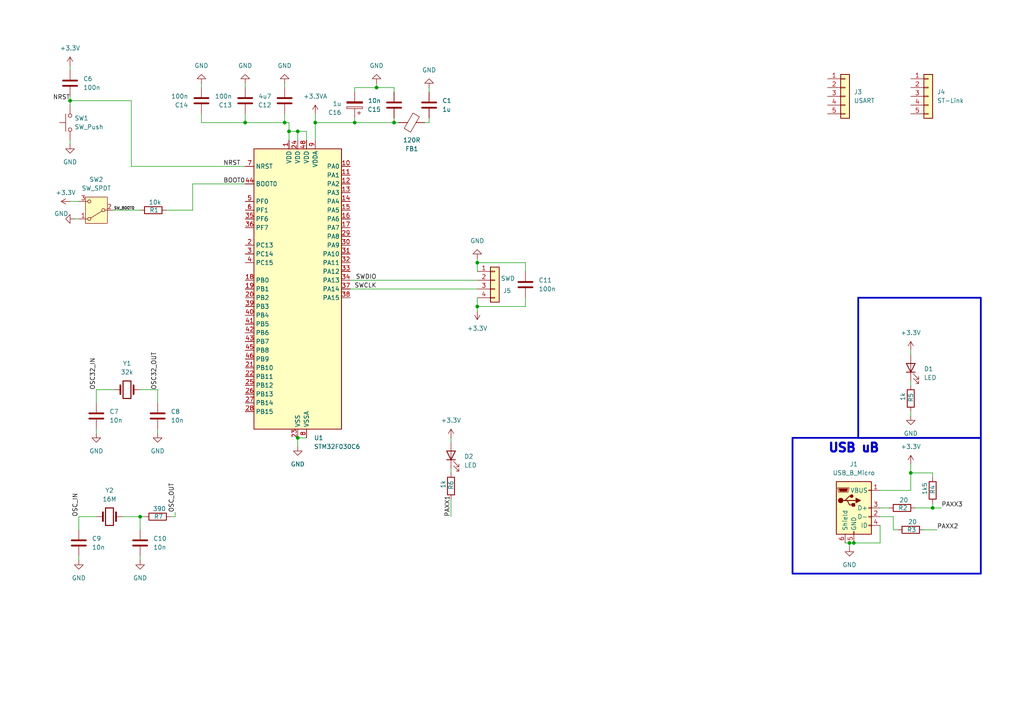
<source format=kicad_sch>
(kicad_sch (version 20250114) (generator "eeschema") (generator_version "9.0")
  (paper "A4")
  (lib_symbols
    (symbol "Connector:USB_B_Micro" (pin_names (offset 1.016))
      (property "Reference" "J" (at -5.08 11.43 0))
      (property "Value" "USB_B_Micro" (at -5.08 8.89 0))
      (symbol "USB_B_Micro_0_1"
        (rectangle (start -5.08 -7.62) (end 5.08 7.62) (stroke (width 0.254)) (fill (type background)))
        (polyline (pts (xy -4.699 5.842) (xy -4.699 5.588) (xy -4.445 4.826) (xy -4.445 4.572) (xy -1.651 4.572) (xy -1.651 4.826) (xy -1.397 5.588) (xy -1.397 5.842) (xy -4.699 5.842)))
        (polyline (pts (xy -4.318 5.588) (xy -1.778 5.588) (xy -2.032 4.826) (xy -4.064 4.826) (xy -4.318 5.588)) (fill (type outline)))
        (circle (center -3.81 2.159) (radius 0.635) (stroke (width 0.254)) (fill (type outline)))
        (polyline (pts (xy -3.175 2.159) (xy -2.54 2.159) (xy -1.27 3.429) (xy -0.635 3.429)) (stroke (width 0.254)))
        (polyline (pts (xy -2.54 2.159) (xy -1.905 2.159) (xy -1.27 0.889) (xy 0 0.889)) (stroke (width 0.254)))
        (polyline (pts (xy -1.905 2.159) (xy 0.635 2.159)) (stroke (width 0.254)))
        (circle (center -0.635 3.429) (radius 0.381) (stroke (width 0.254)) (fill (type outline)))
        (rectangle (start -0.127 -7.62) (end 0.127 -6.858))
        (rectangle (start 0.254 1.27) (end -0.508 0.508) (stroke (width 0.254)) (fill (type outline)))
        (polyline (pts (xy 0.635 2.794) (xy 0.635 1.524) (xy 1.905 2.159) (xy 0.635 2.794)) (stroke (width 0.254)) (fill (type outline)))
        (rectangle (start 5.08 4.953) (end 4.318 5.207))
        (rectangle (start 5.08 -0.127) (end 4.318 0.127))
        (rectangle (start 5.08 -2.667) (end 4.318 -2.413))
        (rectangle (start 5.08 -5.207) (end 4.318 -4.953))
      )
      (symbol "USB_B_Micro_1_1"
        (pin passive line (at -2.54 -10.16 90) (length 2.54) (name "Shield") (number "6"))
        (pin power_out line (at 0 -10.16 90) (length 2.54) (name "GND") (number "5"))
        (pin power_out line (at 7.62 5.08 180) (length 2.54) (name "VBUS") (number "1"))
        (pin bidirectional line (at 7.62 0 180) (length 2.54) (name "D+") (number "3"))
        (pin bidirectional line (at 7.62 -2.54 180) (length 2.54) (name "D-") (number "2"))
        (pin passive line (at 7.62 -5.08 180) (length 2.54) (name "ID") (number "4"))
      )
    )
    (symbol "Connector_Generic:Conn_01x04" (pin_names (offset 1.016) (hide yes))
      (property "Reference" "J" (at 0 5.08 0))
      (property "Value" "Conn_01x04" (at 0 -7.62 0))
      (symbol "Conn_01x04_1_1"
        (rectangle (start -1.27 3.81) (end 1.27 -6.35) (stroke (width 0.254)) (fill (type background)))
        (rectangle (start -1.27 2.667) (end 0 2.413) (stroke (width 0.1524)))
        (rectangle (start -1.27 0.127) (end 0 -0.127) (stroke (width 0.1524)))
        (rectangle (start -1.27 -2.413) (end 0 -2.667) (stroke (width 0.1524)))
        (rectangle (start -1.27 -4.953) (end 0 -5.207) (stroke (width 0.1524)))
        (pin passive line (at -5.08 2.54 0) (length 3.81) (name "Pin_1") (number "1"))
        (pin passive line (at -5.08 0 0) (length 3.81) (name "Pin_2") (number "2"))
        (pin passive line (at -5.08 -2.54 0) (length 3.81) (name "Pin_3") (number "3"))
        (pin passive line (at -5.08 -5.08 0) (length 3.81) (name "Pin_4") (number "4"))
      )
    )
    (symbol "Connector_Generic:Conn_01x05" (pin_names (offset 1.016) (hide yes))
      (property "Reference" "J" (at 0 7.62 0))
      (property "Value" "Conn_01x05" (at 0 -7.62 0))
      (symbol "Conn_01x05_1_1"
        (rectangle (start -1.27 6.35) (end 1.27 -6.35) (stroke (width 0.254)) (fill (type background)))
        (rectangle (start -1.27 5.207) (end 0 4.953) (stroke (width 0.1524)))
        (rectangle (start -1.27 2.667) (end 0 2.413) (stroke (width 0.1524)))
        (rectangle (start -1.27 0.127) (end 0 -0.127) (stroke (width 0.1524)))
        (rectangle (start -1.27 -2.413) (end 0 -2.667) (stroke (width 0.1524)))
        (rectangle (start -1.27 -4.953) (end 0 -5.207) (stroke (width 0.1524)))
        (pin passive line (at -5.08 5.08 0) (length 3.81) (name "Pin_1") (number "1"))
        (pin passive line (at -5.08 2.54 0) (length 3.81) (name "Pin_2") (number "2"))
        (pin passive line (at -5.08 0 0) (length 3.81) (name "Pin_3") (number "3"))
        (pin passive line (at -5.08 -2.54 0) (length 3.81) (name "Pin_4") (number "4"))
        (pin passive line (at -5.08 -5.08 0) (length 3.81) (name "Pin_5") (number "5"))
      )
    )
    (symbol "Device:C" (pin_numbers (hide yes)) (pin_names (offset 0.254))
      (property "Reference" "C" (at 0.635 2.54 0))
      (property "Value" "C" (at 0.635 -2.54 0))
      (symbol "C_0_1"
        (polyline (pts (xy -2.032 0.762) (xy 2.032 0.762)) (stroke (width 0.508)))
        (polyline (pts (xy -2.032 -0.762) (xy 2.032 -0.762)) (stroke (width 0.508)))
      )
      (symbol "C_1_1"
        (pin passive line (at 0 3.81 270) (length 2.794) (name "~") (number "1"))
        (pin passive line (at 0 -3.81 90) (length 2.794) (name "~") (number "2"))
      )
    )
    (symbol "Device:C_Polarized" (pin_numbers (hide yes)) (pin_names (offset 0.254))
      (property "Reference" "C" (at 0.635 2.54 0))
      (property "Value" "C_Polarized" (at 0.635 -2.54 0))
      (symbol "C_Polarized_0_1"
        (rectangle (start -2.286 0.508) (end 2.286 1.016))
        (polyline (pts (xy -1.778 2.286) (xy -0.762 2.286)))
        (polyline (pts (xy -1.27 2.794) (xy -1.27 1.778)))
        (rectangle (start 2.286 -0.508) (end -2.286 -1.016) (fill (type outline)))
      )
      (symbol "C_Polarized_1_1"
        (pin passive line (at 0 3.81 270) (length 2.794) (name "~") (number "1"))
        (pin passive line (at 0 -3.81 90) (length 2.794) (name "~") (number "2"))
      )
    )
    (symbol "Device:Crystal" (pin_numbers (hide yes)) (pin_names (offset 1.016) (hide yes))
      (property "Reference" "Y" (at 0 3.81 0))
      (property "Value" "Crystal" (at 0 -3.81 0))
      (symbol "Crystal_0_1"
        (polyline (pts (xy -2.54 0) (xy -1.905 0)))
        (polyline (pts (xy -1.905 -1.27) (xy -1.905 1.27)) (stroke (width 0.508)))
        (rectangle (start -1.143 2.54) (end 1.143 -2.54) (stroke (width 0.3048)))
        (polyline (pts (xy 1.905 -1.27) (xy 1.905 1.27)) (stroke (width 0.508)))
        (polyline (pts (xy 2.54 0) (xy 1.905 0)))
      )
      (symbol "Crystal_1_1"
        (pin passive line (at -3.81 0 0) (length 1.27) (name "1") (number "1"))
        (pin passive line (at 3.81 0 180) (length 1.27) (name "2") (number "2"))
      )
    )
    (symbol "Device:FerriteBead" (pin_numbers (hide yes)) (pin_names (offset 0))
      (property "Reference" "FB" (at -3.81 0.635 90))
      (property "Value" "FerriteBead" (at 3.81 0 90))
      (symbol "FerriteBead_0_1"
        (polyline (pts (xy -2.7686 0.4064) (xy -1.7018 2.2606) (xy 2.7686 -0.3048) (xy 1.6764 -2.159) (xy -2.7686 0.4064)))
        (polyline (pts (xy 0 1.27) (xy 0 1.2954)))
        (polyline (pts (xy 0 -1.27) (xy 0 -1.2192)))
      )
      (symbol "FerriteBead_1_1"
        (pin passive line (at 0 3.81 270) (length 2.54) (name "~") (number "1"))
        (pin passive line (at 0 -3.81 90) (length 2.54) (name "~") (number "2"))
      )
    )
    (symbol "Device:LED" (pin_numbers (hide yes)) (pin_names (offset 1.016) (hide yes))
      (property "Reference" "D" (at 0 2.54 0))
      (property "Value" "LED" (at 0 -2.54 0))
      (symbol "LED_0_1"
        (polyline (pts (xy -3.048 -0.762) (xy -4.572 -2.286) (xy -3.81 -2.286) (xy -4.572 -2.286) (xy -4.572 -1.524)))
        (polyline (pts (xy -1.778 -0.762) (xy -3.302 -2.286) (xy -2.54 -2.286) (xy -3.302 -2.286) (xy -3.302 -1.524)))
        (polyline (pts (xy -1.27 0) (xy 1.27 0)))
        (polyline (pts (xy -1.27 -1.27) (xy -1.27 1.27)) (stroke (width 0.254)))
        (polyline (pts (xy 1.27 -1.27) (xy 1.27 1.27) (xy -1.27 0) (xy 1.27 -1.27)) (stroke (width 0.254)))
      )
      (symbol "LED_1_1"
        (pin passive line (at -3.81 0 0) (length 2.54) (name "K") (number "1"))
        (pin passive line (at 3.81 0 180) (length 2.54) (name "A") (number "2"))
      )
    )
    (symbol "Device:R" (pin_numbers (hide yes)) (pin_names (offset 0))
      (property "Reference" "R" (at 2.032 0 90))
      (property "Value" "R" (at 0 0 90))
      (symbol "R_0_1"
        (rectangle (start -1.016 -2.54) (end 1.016 2.54) (stroke (width 0.254)))
      )
      (symbol "R_1_1"
        (pin passive line (at 0 3.81 270) (length 1.27) (name "~") (number "1"))
        (pin passive line (at 0 -3.81 90) (length 1.27) (name "~") (number "2"))
      )
    )
    (symbol "MCU_ST_STM32F0:STM32F030C6Tx"
      (property "Reference" "U" (at -12.7 41.91 0))
      (property "Value" "STM32F030C6Tx" (at 7.62 41.91 0))
      (symbol "STM32F030C6Tx_0_1"
        (rectangle (start -12.7 -40.64) (end 12.7 40.64) (stroke (width 0.254)) (fill (type background)))
      )
      (symbol "STM32F030C6Tx_1_1"
        (pin input line (at -15.24 35.56 0) (length 2.54) (name "NRST") (number "7"))
        (pin input line (at -15.24 30.48 0) (length 2.54) (name "BOOT0") (number "44"))
        (pin bidirectional line (at -15.24 25.4 0) (length 2.54) (name "PF0") (number "5"))
        (pin bidirectional line (at -15.24 22.86 0) (length 2.54) (name "PF1") (number "6"))
        (pin bidirectional line (at -15.24 20.32 0) (length 2.54) (name "PF6") (number "35"))
        (pin bidirectional line (at -15.24 17.78 0) (length 2.54) (name "PF7") (number "36"))
        (pin bidirectional line (at -15.24 12.7 0) (length 2.54) (name "PC13") (number "2"))
        (pin bidirectional line (at -15.24 10.16 0) (length 2.54) (name "PC14") (number "3"))
        (pin bidirectional line (at -15.24 7.62 0) (length 2.54) (name "PC15") (number "4"))
        (pin bidirectional line (at -15.24 2.54 0) (length 2.54) (name "PB0") (number "18"))
        (pin bidirectional line (at -15.24 0 0) (length 2.54) (name "PB1") (number "19"))
        (pin bidirectional line (at -15.24 -2.54 0) (length 2.54) (name "PB2") (number "20"))
        (pin bidirectional line (at -15.24 -5.08 0) (length 2.54) (name "PB3") (number "39"))
        (pin bidirectional line (at -15.24 -7.62 0) (length 2.54) (name "PB4") (number "40"))
        (pin bidirectional line (at -15.24 -10.16 0) (length 2.54) (name "PB5") (number "41"))
        (pin bidirectional line (at -15.24 -12.7 0) (length 2.54) (name "PB6") (number "42"))
        (pin bidirectional line (at -15.24 -15.24 0) (length 2.54) (name "PB7") (number "43"))
        (pin bidirectional line (at -15.24 -17.78 0) (length 2.54) (name "PB8") (number "45"))
        (pin bidirectional line (at -15.24 -20.32 0) (length 2.54) (name "PB9") (number "46"))
        (pin bidirectional line (at -15.24 -22.86 0) (length 2.54) (name "PB10") (number "21"))
        (pin bidirectional line (at -15.24 -25.4 0) (length 2.54) (name "PB11") (number "22"))
        (pin bidirectional line (at -15.24 -27.94 0) (length 2.54) (name "PB12") (number "25"))
        (pin bidirectional line (at -15.24 -30.48 0) (length 2.54) (name "PB13") (number "26"))
        (pin bidirectional line (at -15.24 -33.02 0) (length 2.54) (name "PB14") (number "27"))
        (pin bidirectional line (at -15.24 -35.56 0) (length 2.54) (name "PB15") (number "28"))
        (pin power_in line (at -2.54 43.18 270) (length 2.54) (name "VDD") (number "1"))
        (pin power_in line (at 0 43.18 270) (length 2.54) (name "VDD") (number "24"))
        (pin power_in line (at 0 -43.18 90) (length 2.54) (name "VSS") (number "23"))
        (pin passive line (at 0 -43.18 90) (length 2.54) (hide yes) (name "VSS") (number "47"))
        (pin power_in line (at 2.54 43.18 270) (length 2.54) (name "VDD") (number "48"))
        (pin power_in line (at 2.54 -43.18 90) (length 2.54) (name "VSSA") (number "8"))
        (pin power_in line (at 5.08 43.18 270) (length 2.54) (name "VDDA") (number "9"))
        (pin bidirectional line (at 15.24 35.56 180) (length 2.54) (name "PA0") (number "10"))
        (pin bidirectional line (at 15.24 33.02 180) (length 2.54) (name "PA1") (number "11"))
        (pin bidirectional line (at 15.24 30.48 180) (length 2.54) (name "PA2") (number "12"))
        (pin bidirectional line (at 15.24 27.94 180) (length 2.54) (name "PA3") (number "13"))
        (pin bidirectional line (at 15.24 25.4 180) (length 2.54) (name "PA4") (number "14"))
        (pin bidirectional line (at 15.24 22.86 180) (length 2.54) (name "PA5") (number "15"))
        (pin bidirectional line (at 15.24 20.32 180) (length 2.54) (name "PA6") (number "16"))
        (pin bidirectional line (at 15.24 17.78 180) (length 2.54) (name "PA7") (number "17"))
        (pin bidirectional line (at 15.24 15.24 180) (length 2.54) (name "PA8") (number "29"))
        (pin bidirectional line (at 15.24 12.7 180) (length 2.54) (name "PA9") (number "30"))
        (pin bidirectional line (at 15.24 10.16 180) (length 2.54) (name "PA10") (number "31"))
        (pin bidirectional line (at 15.24 7.62 180) (length 2.54) (name "PA11") (number "32"))
        (pin bidirectional line (at 15.24 5.08 180) (length 2.54) (name "PA12") (number "33"))
        (pin bidirectional line (at 15.24 2.54 180) (length 2.54) (name "PA13") (number "34"))
        (pin bidirectional line (at 15.24 0 180) (length 2.54) (name "PA14") (number "37"))
        (pin bidirectional line (at 15.24 -2.54 180) (length 2.54) (name "PA15") (number "38"))
      )
    )
    (symbol "Switch:SW_Push" (pin_numbers (hide yes)) (pin_names (offset 1.016) (hide yes))
      (property "Reference" "SW" (at 1.27 2.54 0))
      (property "Value" "SW_Push" (at 0 -1.524 0))
      (symbol "SW_Push_0_1"
        (circle (center -2.032 0) (radius 0.508))
        (polyline (pts (xy 0 1.27) (xy 0 3.048)))
        (circle (center 2.032 0) (radius 0.508))
        (polyline (pts (xy 2.54 1.27) (xy -2.54 1.27)))
        (pin passive line (at -5.08 0 0) (length 2.54) (name "1") (number "1"))
        (pin passive line (at 5.08 0 180) (length 2.54) (name "2") (number "2"))
      )
    )
    (symbol "Switch:SW_SPDT" (pin_names (offset 0) (hide yes))
      (property "Reference" "SW" (at 0 5.08 0))
      (property "Value" "SW_SPDT" (at 0 -5.08 0))
      (symbol "SW_SPDT_0_1"
        (circle (center -2.032 0) (radius 0.4572))
        (polyline (pts (xy -1.651 0.254) (xy 1.651 2.286)))
        (circle (center 2.032 2.54) (radius 0.4572))
        (circle (center 2.032 -2.54) (radius 0.4572))
      )
      (symbol "SW_SPDT_1_1"
        (rectangle (start -3.175 3.81) (end 3.175 -3.81) (fill (type background)))
        (pin passive line (at -5.08 0 0) (length 2.54) (name "B") (number "2"))
        (pin passive line (at 5.08 2.54 180) (length 2.54) (name "A") (number "1"))
        (pin passive line (at 5.08 -2.54 180) (length 2.54) (name "C") (number "3"))
      )
    )
    (symbol "power:+3.3V" (power) (pin_numbers (hide yes)) (pin_names (offset 0) (hide yes))
      (property "Value" "+3.3V" (at 0 3.556 0))
      (symbol "+3.3V_0_1"
        (polyline (pts (xy -0.762 1.27) (xy 0 2.54)))
        (polyline (pts (xy 0 2.54) (xy 0.762 1.27)))
        (polyline (pts (xy 0 0) (xy 0 2.54)))
      )
      (symbol "+3.3V_1_1"
        (pin power_in line (at 0 0 90) (length 0) (name "~") (number "1"))
      )
    )
    (symbol "power:+3.3VA" (power) (pin_numbers (hide yes)) (pin_names (offset 0) (hide yes))
      (property "Value" "+3.3VA" (at 0 3.556 0))
      (symbol "+3.3VA_0_1"
        (polyline (pts (xy -0.762 1.27) (xy 0 2.54)))
        (polyline (pts (xy 0 2.54) (xy 0.762 1.27)))
        (polyline (pts (xy 0 0) (xy 0 2.54)))
      )
      (symbol "+3.3VA_1_1"
        (pin power_in line (at 0 0 90) (length 0) (name "~") (number "1"))
      )
    )
    (symbol "power:GND" (power) (pin_numbers (hide yes)) (pin_names (offset 0) (hide yes))
      (property "Value" "GND" (at 0 -3.81 0))
      (symbol "GND_0_1"
        (polyline (pts (xy 0 0) (xy 0 -1.27) (xy 1.27 -1.27) (xy 0 -2.54) (xy -1.27 -1.27) (xy 0 -1.27)))
      )
      (symbol "GND_1_1"
        (pin power_in line (at 0 0 270) (length 0) (name "~") (number "1"))
      )
    )
  )
  (rectangle (start 229.87 127) (end 284.48 166.37) (stroke (width 0.508)))
  (rectangle (start 248.92 86.36) (end 284.48 127) (stroke (width 0.508)))
  (text "USB uB" (at 247.65 130.048 0) (effects (font (size 2.54 2.54) (thickness 1.016) (bold yes))))
  (junction (at 138.43 76.2))
  (junction (at 40.64 149.86))
  (junction (at 102.87 35.56))
  (junction (at 86.36 127))
  (junction (at 246.38 157.48))
  (junction (at 82.55 35.56))
  (junction (at 114.3 35.56))
  (junction (at 109.22 25.4))
  (junction (at 86.36 38.1))
  (junction (at 91.44 35.56))
  (junction (at 247.65 157.48))
  (junction (at 264.16 137.16))
  (junction (at 20.32 29.21))
  (junction (at 71.12 35.56))
  (junction (at 83.82 38.1))
  (junction (at 270.51 147.32))
  (junction (at 138.43 88.9))
  (wire (pts (xy 40.64 149.86) (xy 40.64 153.67)))
  (wire (pts (xy 82.55 33.02) (xy 82.55 35.56)))
  (wire (pts (xy 91.44 35.56) (xy 102.87 35.56)))
  (wire (pts (xy 27.94 124.46) (xy 27.94 125.73)))
  (wire (pts (xy 264.16 134.62) (xy 264.16 137.16)))
  (wire (pts (xy 20.32 27.94) (xy 20.32 29.21)))
  (wire (pts (xy 138.43 90.17) (xy 138.43 88.9)))
  (wire (pts (xy 48.26 60.96) (xy 55.88 60.96)))
  (wire (pts (xy 264.16 119.38) (xy 264.16 120.65)))
  (wire (pts (xy 259.08 153.67) (xy 259.08 149.86)))
  (wire (pts (xy 82.55 35.56) (xy 83.82 35.56)))
  (wire (pts (xy 83.82 38.1) (xy 86.36 38.1)))
  (wire (pts (xy 246.38 157.48) (xy 247.65 157.48)))
  (wire (pts (xy 102.87 35.56) (xy 102.87 34.29)))
  (wire (pts (xy 33.02 60.96) (xy 40.64 60.96)))
  (wire (pts (xy 114.3 35.56) (xy 115.57 35.56)))
  (wire (pts (xy 27.94 149.86) (xy 22.86 149.86)))
  (wire (pts (xy 264.16 101.6) (xy 264.16 102.87)))
  (wire (pts (xy 130.81 135.89) (xy 130.81 137.16)))
  (wire (pts (xy 259.08 149.86) (xy 255.27 149.86)))
  (wire (pts (xy 264.16 142.24) (xy 255.27 142.24)))
  (wire (pts (xy 124.46 25.4) (xy 124.46 26.67)))
  (wire (pts (xy 91.44 35.56) (xy 91.44 40.64)))
  (wire (pts (xy 22.86 149.86) (xy 22.86 153.67)))
  (wire (pts (xy 114.3 35.56) (xy 102.87 35.56)))
  (wire (pts (xy 55.88 53.34) (xy 71.12 53.34)))
  (wire (pts (xy 245.11 157.48) (xy 246.38 157.48)))
  (wire (pts (xy 264.16 137.16) (xy 264.16 142.24)))
  (wire (pts (xy 58.42 25.4) (xy 58.42 24.13)))
  (wire (pts (xy 109.22 24.13) (xy 109.22 25.4)))
  (wire (pts (xy 270.51 137.16) (xy 264.16 137.16)))
  (wire (pts (xy 152.4 76.2) (xy 138.43 76.2)))
  (wire (pts (xy 138.43 74.93) (xy 138.43 76.2)))
  (wire (pts (xy 71.12 25.4) (xy 71.12 24.13)))
  (wire (pts (xy 71.12 33.02) (xy 71.12 35.56)))
  (wire (pts (xy 270.51 138.43) (xy 270.51 137.16)))
  (wire (pts (xy 124.46 35.56) (xy 124.46 34.29)))
  (wire (pts (xy 40.64 113.03) (xy 45.72 113.03)))
  (wire (pts (xy 91.44 33.02) (xy 91.44 35.56)))
  (wire (pts (xy 114.3 35.56) (xy 114.3 34.29)))
  (wire (pts (xy 40.64 149.86) (xy 41.91 149.86)))
  (wire (pts (xy 86.36 127) (xy 88.9 127)))
  (wire (pts (xy 265.43 147.32) (xy 270.51 147.32)))
  (wire (pts (xy 86.36 127) (xy 86.36 129.54)))
  (wire (pts (xy 40.64 161.29) (xy 40.64 162.56)))
  (wire (pts (xy 20.32 19.05) (xy 20.32 20.32)))
  (wire (pts (xy 270.51 147.32) (xy 273.05 147.32)))
  (wire (pts (xy 123.19 35.56) (xy 124.46 35.56)))
  (wire (pts (xy 50.8 148.59) (xy 50.8 149.86)))
  (wire (pts (xy 20.32 40.64) (xy 20.32 41.91)))
  (wire (pts (xy 138.43 78.74) (xy 138.43 76.2)))
  (wire (pts (xy 255.27 152.4) (xy 255.27 157.48)))
  (wire (pts (xy 35.56 149.86) (xy 40.64 149.86)))
  (wire (pts (xy 246.38 157.48) (xy 246.38 158.75)))
  (wire (pts (xy 27.94 113.03) (xy 27.94 116.84)))
  (wire (pts (xy 259.08 153.67) (xy 260.35 153.67)))
  (wire (pts (xy 21.59 63.5) (xy 22.86 63.5)))
  (wire (pts (xy 58.42 33.02) (xy 58.42 35.56)))
  (wire (pts (xy 102.87 25.4) (xy 109.22 25.4)))
  (wire (pts (xy 49.53 149.86) (xy 50.8 149.86)))
  (wire (pts (xy 152.4 86.36) (xy 152.4 88.9)))
  (wire (pts (xy 152.4 88.9) (xy 138.43 88.9)))
  (wire (pts (xy 20.32 29.21) (xy 20.32 30.48)))
  (wire (pts (xy 45.72 124.46) (xy 45.72 125.73)))
  (wire (pts (xy 101.6 81.28) (xy 138.43 81.28)))
  (wire (pts (xy 114.3 26.67) (xy 114.3 25.4)))
  (wire (pts (xy 83.82 40.64) (xy 83.82 38.1)))
  (wire (pts (xy 264.16 110.49) (xy 264.16 111.76)))
  (wire (pts (xy 38.1 29.21) (xy 38.1 48.26)))
  (wire (pts (xy 33.02 113.03) (xy 27.94 113.03)))
  (wire (pts (xy 270.51 146.05) (xy 270.51 147.32)))
  (wire (pts (xy 71.12 35.56) (xy 82.55 35.56)))
  (wire (pts (xy 255.27 147.32) (xy 257.81 147.32)))
  (wire (pts (xy 20.32 29.21) (xy 38.1 29.21)))
  (wire (pts (xy 86.36 38.1) (xy 86.36 40.64)))
  (wire (pts (xy 82.55 25.4) (xy 82.55 24.13)))
  (wire (pts (xy 102.87 26.67) (xy 102.87 25.4)))
  (wire (pts (xy 267.97 153.67) (xy 271.78 153.67)))
  (wire (pts (xy 22.86 161.29) (xy 22.86 162.56)))
  (wire (pts (xy 38.1 48.26) (xy 71.12 48.26)))
  (wire (pts (xy 45.72 113.03) (xy 45.72 116.84)))
  (wire (pts (xy 20.32 58.42) (xy 22.86 58.42)))
  (wire (pts (xy 58.42 35.56) (xy 71.12 35.56)))
  (wire (pts (xy 255.27 157.48) (xy 247.65 157.48)))
  (wire (pts (xy 152.4 78.74) (xy 152.4 76.2)))
  (wire (pts (xy 138.43 88.9) (xy 138.43 86.36)))
  (wire (pts (xy 130.81 144.78) (xy 130.81 149.86)))
  (wire (pts (xy 83.82 35.56) (xy 83.82 38.1)))
  (wire (pts (xy 86.36 38.1) (xy 88.9 38.1)))
  (wire (pts (xy 55.88 53.34) (xy 55.88 60.96)))
  (wire (pts (xy 101.6 83.82) (xy 138.43 83.82)))
  (wire (pts (xy 88.9 38.1) (xy 88.9 40.64)))
  (wire (pts (xy 130.81 127) (xy 130.81 128.27)))
  (wire (pts (xy 109.22 25.4) (xy 114.3 25.4)))
  (label "OSC_OUT" (at 50.8 148.59 90))
  (label "OSC32_IN" (at 27.94 113.03 90))
  (label "OSC_IN" (at 22.86 149.86 90))
  (label "PAXX1" (at 130.81 149.86 90))
  (label "BOOT0" (at 64.77 53.34 0))
  (label "OSC32_OUT" (at 45.72 113.03 90))
  (label "PAXX3" (at 273.05 147.32 0))
  (label "NRST" (at 20.32 29.21 180))
  (label "SWDIO" (at 109.22 81.28 180))
  (label "PAXX2" (at 271.78 153.67 0))
  (label "NRST" (at 64.77 48.26 0))
  (label "SWCLK" (at 109.22 83.82 180))
  (label "SW_BOOT0" (at 33.02 60.96 0) (effects (font (size 0.762 0.762))))
  (symbol (lib_id "Connector_Generic:Conn_01x05") (at 245.11 27.94 0) (unit 1)
    (property "Reference" "J3" (at 247.65 26.6699 0) (effects (justify left)))
    (property "Value" "USART" (at 247.65 29.2099 0) (effects (justify left)))
    (property "Description" "Generic connector, single row, 01x05, script generated (kicad-library-utils/schlib/autogen/connector/)" (effects (hide yes)))
  )
  (symbol (lib_id "Device:C") (at 27.94 120.65 0) (unit 1)
    (property "Reference" "C7" (at 31.75 119.3799 0) (effects (justify left)))
    (property "Value" "10n" (at 31.75 121.9199 0) (effects (justify left)))
    (property "Footprint" "Capacitor_SMD:C_0402_1005Metric" (effects (hide yes)))
    (property "Description" "Unpolarized capacitor" (effects (hide yes)))
  )
  (symbol (lib_id "power:GND") (at 58.42 24.13 180) (unit 1)
    (property "Reference" "#PWR026" (effects (hide yes)))
    (property "Value" "GND" (at 58.42 19.05 0))
    (property "Description" "Power symbol creates a global label with name \"GND\" , ground" (effects (hide yes)))
  )
  (symbol (lib_id "Device:C") (at 71.12 29.21 180) (unit 1)
    (property "Reference" "C13" (at 67.31 30.4801 0) (effects (justify left)))
    (property "Value" "100n" (at 67.31 27.9401 0) (effects (justify left)))
    (property "Footprint" "Capacitor_SMD:C_0402_1005Metric" (effects (hide yes)))
    (property "Description" "Unpolarized capacitor" (effects (hide yes)))
  )
  (symbol (lib_id "Device:LED") (at 130.81 132.08 90) (unit 1)
    (property "Reference" "D2" (at 134.62 132.3974 90) (effects (justify right)))
    (property "Value" "LED" (at 134.62 134.9374 90) (effects (justify right)))
    (property "Description" "Light emitting diode" (effects (hide yes)))
    (property "Sim.Pins" "1=K 2=A" (effects (hide yes)))
  )
  (symbol (lib_id "power:+3.3V") (at 130.81 127 0) (unit 1)
    (property "Reference" "#PWR019" (effects (hide yes)))
    (property "Value" "+3.3V" (at 130.81 121.92 0))
    (property "Description" "Power symbol creates a global label with name \"+3.3V\"" (effects (hide yes)))
  )
  (symbol (lib_id "Device:C_Polarized") (at 102.87 30.48 180) (unit 1)
    (property "Reference" "C16" (at 99.06 32.6391 0) (effects (justify left)))
    (property "Value" "1u" (at 99.06 30.0991 0) (effects (justify left)))
    (property "Footprint" "Capacitor_Tantalum_SMD:CP_EIA-1608-08_AVX-J" (effects (hide yes)))
    (property "Description" "Polarized capacitor" (effects (hide yes)))
  )
  (symbol (lib_id "power:GND") (at 22.86 162.56 0) (unit 1)
    (property "Reference" "#PWR013" (effects (hide yes)))
    (property "Value" "GND" (at 22.86 167.64 0))
    (property "Description" "Power symbol creates a global label with name \"GND\" , ground" (effects (hide yes)))
  )
  (symbol (lib_id "Connector_Generic:Conn_01x05") (at 269.24 27.94 0) (unit 1)
    (property "Reference" "J4" (at 271.78 26.6699 0) (effects (justify left)))
    (property "Value" "ST-Link" (at 271.78 29.2099 0) (effects (justify left)))
    (property "Description" "Generic connector, single row, 01x05, script generated (kicad-library-utils/schlib/autogen/connector/)" (effects (hide yes)))
  )
  (symbol (lib_id "Device:R") (at 45.72 149.86 90) (unit 1)
    (property "Reference" "R7" (at 45.974 149.86 90))
    (property "Value" "390" (at 46.228 147.574 90))
    (property "Footprint" "Resistor_SMD:R_0402_1005Metric_Pad0.72x0.64mm_HandSolder" (effects (hide yes)))
    (property "Description" "Resistor" (effects (hide yes)))
  )
  (symbol (lib_id "power:GND") (at 45.72 125.73 0) (unit 1)
    (property "Reference" "#PWR012" (effects (hide yes)))
    (property "Value" "GND" (at 45.72 130.81 0))
    (property "Description" "Power symbol creates a global label with name \"GND\" , ground" (effects (hide yes)))
  )
  (symbol (lib_id "Device:Crystal") (at 36.83 113.03 0) (unit 1)
    (property "Reference" "Y1" (at 36.83 105.41 0))
    (property "Value" "32k" (at 36.83 107.95 0))
    (property "Description" "Two pin crystal" (effects (hide yes)))
  )
  (symbol (lib_id "power:+3.3V") (at 20.32 19.05 0) (unit 1)
    (property "Reference" "#PWR05" (effects (hide yes)))
    (property "Value" "+3.3V" (at 20.32 13.97 0))
    (property "Description" "Power symbol creates a global label with name \"+3.3V\"" (effects (hide yes)))
  )
  (symbol (lib_id "power:GND") (at 40.64 162.56 0) (unit 1)
    (property "Reference" "#PWR014" (effects (hide yes)))
    (property "Value" "GND" (at 40.64 167.64 0))
    (property "Description" "Power symbol creates a global label with name \"GND\" , ground" (effects (hide yes)))
  )
  (symbol (lib_id "power:GND") (at 27.94 125.73 0) (unit 1)
    (property "Reference" "#PWR011" (effects (hide yes)))
    (property "Value" "GND" (at 27.94 130.81 0))
    (property "Description" "Power symbol creates a global label with name \"GND\" , ground" (effects (hide yes)))
  )
  (symbol (lib_id "Device:R") (at 130.81 140.97 180) (unit 1)
    (property "Reference" "R6" (at 130.81 140.716 90))
    (property "Value" "1k" (at 128.524 140.462 90))
    (property "Footprint" "Resistor_SMD:R_0402_1005Metric_Pad0.72x0.64mm_HandSolder" (effects (hide yes)))
    (property "Description" "Resistor" (effects (hide yes)))
  )
  (symbol (lib_id "power:GND") (at 86.36 129.54 0) (unit 1)
    (property "Reference" "#PWR06" (effects (hide yes)))
    (property "Value" "GND" (at 86.36 134.62 0))
    (property "Description" "Power symbol creates a global label with name \"GND\" , ground" (effects (hide yes)))
  )
  (symbol (lib_id "Device:FerriteBead") (at 119.38 35.56 270) (unit 1)
    (property "Reference" "FB1" (at 119.4308 43.18 90))
    (property "Value" "120R" (at 119.4308 40.64 90))
    (property "Description" "Ferrite bead" (effects (hide yes)))
  )
  (symbol (lib_id "Device:LED") (at 264.16 106.68 90) (unit 1)
    (property "Reference" "D1" (at 267.97 106.9974 90) (effects (justify right)))
    (property "Value" "LED" (at 267.97 109.5374 90) (effects (justify right)))
    (property "Description" "Light emitting diode" (effects (hide yes)))
    (property "Sim.Pins" "1=K 2=A" (effects (hide yes)))
  )
  (symbol (lib_id "power:GND") (at 21.59 63.5 270) (unit 1)
    (property "Reference" "#PWR08" (effects (hide yes)))
    (property "Value" "GND" (at 17.78 61.976 90))
    (property "Description" "Power symbol creates a global label with name \"GND\" , ground" (effects (hide yes)))
  )
  (symbol (lib_id "power:GND") (at 71.12 24.13 180) (unit 1)
    (property "Reference" "#PWR024" (effects (hide yes)))
    (property "Value" "GND" (at 71.12 19.05 0))
    (property "Description" "Power symbol creates a global label with name \"GND\" , ground" (effects (hide yes)))
  )
  (symbol (lib_id "power:+3.3V") (at 138.43 90.17 180) (unit 1)
    (property "Reference" "#PWR017" (effects (hide yes)))
    (property "Value" "+3.3V" (at 138.43 95.25 0))
    (property "Description" "Power symbol creates a global label with name \"+3.3V\"" (effects (hide yes)))
  )
  (symbol (lib_id "power:+3.3V") (at 264.16 101.6 0) (unit 1)
    (property "Reference" "#PWR015" (effects (hide yes)))
    (property "Value" "+3.3V" (at 264.16 96.52 0))
    (property "Description" "Power symbol creates a global label with name \"+3.3V\"" (effects (hide yes)))
  )
  (symbol (lib_id "Device:C") (at 22.86 157.48 0) (unit 1)
    (property "Reference" "C9" (at 26.67 156.2099 0) (effects (justify left)))
    (property "Value" "10n" (at 26.67 158.7499 0) (effects (justify left)))
    (property "Footprint" "Capacitor_SMD:C_0402_1005Metric" (effects (hide yes)))
    (property "Description" "Unpolarized capacitor" (effects (hide yes)))
  )
  (symbol (lib_id "Device:R") (at 264.16 115.57 180) (unit 1)
    (property "Reference" "R5" (at 264.16 115.316 90))
    (property "Value" "1k" (at 261.874 115.062 90))
    (property "Footprint" "Resistor_SMD:R_0402_1005Metric_Pad0.72x0.64mm_HandSolder" (effects (hide yes)))
    (property "Description" "Resistor" (effects (hide yes)))
  )
  (symbol (lib_id "MCU_ST_STM32F0:STM32F030C6Tx") (at 86.36 83.82 0) (unit 1)
    (property "Reference" "U1" (at 91.0433 127 0) (effects (justify left)))
    (property "Value" "STM32F030C6" (at 91.0433 129.54 0) (effects (justify left)))
    (property "Footprint" "Package_QFP:LQFP-48_7x7mm_P0.5mm" (effects (hide yes)))
    (property "Datasheet" "https://www.st.com/resource/en/datasheet/stm32f030c6.pdf" (effects (hide yes)))
    (property "Description" "12bit 2.4V~3.6V 32KB 39 48MHz ARM-M0 FLASH LQFP-48(7x7) Microcontrollers (MCU/MPU/SOC) ROHS" (effects (hide yes)))
    (property "Part" "C62514" (effects (hide yes)))
  )
  (symbol (lib_id "Device:C") (at 82.55 29.21 180) (unit 1)
    (property "Reference" "C12" (at 78.74 30.4801 0) (effects (justify left)))
    (property "Value" "4u7" (at 78.74 27.9401 0) (effects (justify left)))
    (property "Footprint" "Capacitor_SMD:C_0402_1005Metric" (effects (hide yes)))
    (property "Description" "Unpolarized capacitor" (effects (hide yes)))
  )
  (symbol (lib_id "Switch:SW_SPDT") (at 27.94 60.96 180) (unit 1)
    (property "Reference" "SW2" (at 27.94 52.07 0))
    (property "Value" "SW_SPDT" (at 27.94 54.61 0))
    (property "Description" "Switch, single pole double throw" (effects (hide yes)))
  )
  (symbol (lib_id "Device:C") (at 45.72 120.65 0) (unit 1)
    (property "Reference" "C8" (at 49.53 119.3799 0) (effects (justify left)))
    (property "Value" "10n" (at 49.53 121.9199 0) (effects (justify left)))
    (property "Footprint" "Capacitor_SMD:C_0402_1005Metric" (effects (hide yes)))
    (property "Description" "Unpolarized capacitor" (effects (hide yes)))
  )
  (symbol (lib_id "power:GND") (at 82.55 24.13 180) (unit 1)
    (property "Reference" "#PWR022" (effects (hide yes)))
    (property "Value" "GND" (at 82.55 19.05 0))
    (property "Description" "Power symbol creates a global label with name \"GND\" , ground" (effects (hide yes)))
  )
  (symbol (lib_id "power:GND") (at 124.46 25.4 180) (unit 1)
    (property "Reference" "#PWR03" (effects (hide yes)))
    (property "Value" "GND" (at 124.46 20.32 0))
    (property "Description" "Power symbol creates a global label with name \"GND\" , ground" (effects (hide yes)))
  )
  (symbol (lib_id "power:GND") (at 138.43 74.93 180) (unit 1)
    (property "Reference" "#PWR016" (effects (hide yes)))
    (property "Value" "GND" (at 138.43 69.85 0))
    (property "Description" "Power symbol creates a global label with name \"GND\" , ground" (effects (hide yes)))
  )
  (symbol (lib_id "Device:C") (at 152.4 82.55 0) (unit 1)
    (property "Reference" "C11" (at 156.21 81.2799 0) (effects (justify left)))
    (property "Value" "100n" (at 156.21 83.8199 0) (effects (justify left)))
    (property "Footprint" "Capacitor_SMD:C_0402_1005Metric" (effects (hide yes)))
    (property "Description" "Unpolarized capacitor" (effects (hide yes)))
  )
  (symbol (lib_id "power:GND") (at 264.16 120.65 0) (unit 1)
    (property "Reference" "#PWR018" (effects (hide yes)))
    (property "Value" "GND" (at 264.16 125.73 0))
    (property "Description" "Power symbol creates a global label with name \"GND\" , ground" (effects (hide yes)))
  )
  (symbol (lib_id "power:GND") (at 246.38 158.75 0) (unit 1)
    (property "Reference" "#PWR09" (effects (hide yes)))
    (property "Value" "GND" (at 246.38 163.83 0))
    (property "Description" "Power symbol creates a global label with name \"GND\" , ground" (effects (hide yes)))
  )
  (symbol (lib_id "power:+3.3V") (at 20.32 58.42 90) (unit 1)
    (property "Reference" "#PWR010" (effects (hide yes)))
    (property "Value" "+3.3V" (at 19.05 55.88 90))
    (property "Description" "Power symbol creates a global label with name \"+3.3V\"" (effects (hide yes)))
  )
  (symbol (lib_id "Connector:USB_B_Micro") (at 247.65 147.32 0) (unit 1)
    (property "Reference" "J1" (at 247.65 134.62 0))
    (property "Value" "USB_B_Micro" (at 247.65 137.16 0))
    (property "Description" "USB Micro Type B connector" (effects (hide yes)))
  )
  (symbol (lib_id "Device:Crystal") (at 31.75 149.86 0) (unit 1)
    (property "Reference" "Y2" (at 31.75 142.24 0))
    (property "Value" "16M" (at 31.75 144.78 0))
    (property "Description" "Two pin crystal" (effects (hide yes)))
  )
  (symbol (lib_id "Device:R") (at 264.16 153.67 90) (unit 1)
    (property "Reference" "R3" (at 264.414 153.67 90))
    (property "Value" "20" (at 264.668 151.384 90))
    (property "Footprint" "Resistor_SMD:R_0402_1005Metric_Pad0.72x0.64mm_HandSolder" (effects (hide yes)))
    (property "Description" "Resistor" (effects (hide yes)))
  )
  (symbol (lib_id "power:+3.3VA") (at 91.44 33.02 0) (unit 1)
    (property "Reference" "#PWR02" (effects (hide yes)))
    (property "Value" "+3.3VA" (at 91.44 27.94 0))
    (property "Description" "Power symbol creates a global label with name \"+3.3VA\"" (effects (hide yes)))
  )
  (symbol (lib_id "Device:R") (at 270.51 142.24 180) (unit 1)
    (property "Reference" "R4" (at 270.51 141.986 90))
    (property "Value" "1k5" (at 268.224 141.732 90))
    (property "Footprint" "Resistor_SMD:R_0402_1005Metric_Pad0.72x0.64mm_HandSolder" (effects (hide yes)))
    (property "Description" "Resistor" (effects (hide yes)))
  )
  (symbol (lib_id "Switch:SW_Push") (at 20.32 35.56 90) (unit 1)
    (property "Reference" "SW1" (at 21.59 34.2899 90) (effects (justify right)))
    (property "Value" "SW_Push" (at 21.59 36.8299 90) (effects (justify right)))
    (property "Description" "Push button switch, generic, two pins" (effects (hide yes)))
  )
  (symbol (lib_id "Device:R") (at 44.45 60.96 90) (unit 1)
    (property "Reference" "R1" (at 44.704 60.96 90))
    (property "Value" "10k" (at 44.958 58.674 90))
    (property "Footprint" "Resistor_SMD:R_0402_1005Metric_Pad0.72x0.64mm_HandSolder" (effects (hide yes)))
    (property "Description" "Resistor" (effects (hide yes)))
  )
  (symbol (lib_id "power:GND") (at 109.22 24.13 180) (unit 1)
    (property "Reference" "#PWR04" (effects (hide yes)))
    (property "Value" "GND" (at 109.22 19.05 0))
    (property "Description" "Power symbol creates a global label with name \"GND\" , ground" (effects (hide yes)))
  )
  (symbol (lib_id "Device:C") (at 114.3 30.48 180) (unit 1)
    (property "Reference" "C15" (at 110.49 31.7501 0) (effects (justify left)))
    (property "Value" "10n" (at 110.49 29.2101 0) (effects (justify left)))
    (property "Footprint" "Capacitor_SMD:C_0402_1005Metric" (effects (hide yes)))
    (property "Description" "Unpolarized capacitor" (effects (hide yes)))
  )
  (symbol (lib_id "Device:C") (at 20.32 24.13 0) (unit 1)
    (property "Reference" "C6" (at 24.13 22.8599 0) (effects (justify left)))
    (property "Value" "100n" (at 24.13 25.3999 0) (effects (justify left)))
    (property "Footprint" "Capacitor_SMD:C_0402_1005Metric" (effects (hide yes)))
    (property "Description" "Unpolarized capacitor" (effects (hide yes)))
  )
  (symbol (lib_id "Device:R") (at 261.62 147.32 90) (unit 1)
    (property "Reference" "R2" (at 261.874 147.32 90))
    (property "Value" "20" (at 262.128 145.034 90))
    (property "Footprint" "Resistor_SMD:R_0402_1005Metric_Pad0.72x0.64mm_HandSolder" (effects (hide yes)))
    (property "Description" "Resistor" (effects (hide yes)))
  )
  (symbol (lib_id "Connector_Generic:Conn_01x04") (at 143.51 81.28 0) (unit 1)
    (property "Reference" "J5" (at 147.066 84.328 0))
    (property "Value" "SWD" (at 147.32 80.772 0))
    (property "Description" "Generic connector, single row, 01x04, script generated (kicad-library-utils/schlib/autogen/connector/)" (effects (hide yes)))
  )
  (symbol (lib_id "Device:C") (at 124.46 30.48 0) (unit 1)
    (property "Reference" "C1" (at 128.27 29.2099 0) (effects (justify left)))
    (property "Value" "1u" (at 128.27 31.7499 0) (effects (justify left)))
    (property "Footprint" "Capacitor_SMD:C_0402_1005Metric" (effects (hide yes)))
    (property "Description" "Unpolarized capacitor" (effects (hide yes)))
  )
  (symbol (lib_id "Device:C") (at 58.42 29.21 180) (unit 1)
    (property "Reference" "C14" (at 54.61 30.4801 0) (effects (justify left)))
    (property "Value" "100n" (at 54.61 27.9401 0) (effects (justify left)))
    (property "Footprint" "Capacitor_SMD:C_0402_1005Metric" (effects (hide yes)))
    (property "Description" "Unpolarized capacitor" (effects (hide yes)))
  )
  (symbol (lib_id "power:+3.3V") (at 264.16 134.62 0) (unit 1)
    (property "Reference" "#PWR01" (effects (hide yes)))
    (property "Value" "+3.3V" (at 264.16 129.54 0))
    (property "Description" "Power symbol creates a global label with name \"+3.3V\"" (effects (hide yes)))
  )
  (symbol (lib_id "power:GND") (at 20.32 41.91 0) (unit 1)
    (property "Reference" "#PWR07" (effects (hide yes)))
    (property "Value" "GND" (at 20.32 46.99 0))
    (property "Description" "Power symbol creates a global label with name \"GND\" , ground" (effects (hide yes)))
  )
  (symbol (lib_id "Device:C") (at 40.64 157.48 0) (unit 1)
    (property "Reference" "C10" (at 44.45 156.2099 0) (effects (justify left)))
    (property "Value" "10n" (at 44.45 158.7499 0) (effects (justify left)))
    (property "Footprint" "Capacitor_SMD:C_0402_1005Metric" (effects (hide yes)))
    (property "Description" "Unpolarized capacitor" (effects (hide yes)))
  )
)
</source>
